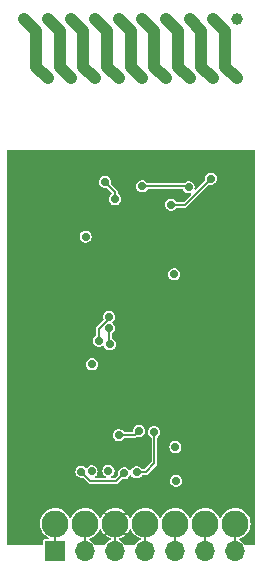
<source format=gbl>
%TF.GenerationSoftware,KiCad,Pcbnew,8.0.5*%
%TF.CreationDate,2024-11-16T16:31:19+01:00*%
%TF.ProjectId,C8W1B1V1.0,43385731-4231-4563-912e-302e6b696361,rev?*%
%TF.SameCoordinates,Original*%
%TF.FileFunction,Copper,L4,Bot*%
%TF.FilePolarity,Positive*%
%FSLAX46Y46*%
G04 Gerber Fmt 4.6, Leading zero omitted, Abs format (unit mm)*
G04 Created by KiCad (PCBNEW 8.0.5) date 2024-11-16 16:31:19*
%MOMM*%
%LPD*%
G01*
G04 APERTURE LIST*
%TA.AperFunction,EtchedComponent*%
%ADD10C,1.000000*%
%TD*%
%TA.AperFunction,ComponentPad*%
%ADD11R,1.700000X1.700000*%
%TD*%
%TA.AperFunction,ComponentPad*%
%ADD12O,1.700000X1.700000*%
%TD*%
%TA.AperFunction,ComponentPad*%
%ADD13C,1.000000*%
%TD*%
%TA.AperFunction,SMDPad,CuDef*%
%ADD14C,2.286000*%
%TD*%
%TA.AperFunction,ViaPad*%
%ADD15C,0.700000*%
%TD*%
%TA.AperFunction,Conductor*%
%ADD16C,0.160000*%
%TD*%
G04 APERTURE END LIST*
D10*
%TO.C,AE1*%
X137940000Y-79970000D02*
X138940000Y-80970000D01*
X138940000Y-80970000D02*
X138940000Y-83970000D01*
X138940000Y-83970000D02*
X139940000Y-84970000D01*
X139940000Y-79970000D02*
X140940000Y-80970000D01*
X140940000Y-80970000D02*
X140940000Y-83970000D01*
X140940000Y-83970000D02*
X141940000Y-84970000D01*
X141940000Y-79970000D02*
X142940000Y-80970000D01*
X142940000Y-80970000D02*
X142940000Y-83970000D01*
X142940000Y-83970000D02*
X143940000Y-84970000D01*
X143940000Y-79970000D02*
X144940000Y-80970000D01*
X144940000Y-80970000D02*
X144940000Y-83970000D01*
X144940000Y-83970000D02*
X145940000Y-84970000D01*
X145940000Y-79970000D02*
X146940000Y-80970000D01*
X146940000Y-80970000D02*
X146940000Y-83970000D01*
X146940000Y-83970000D02*
X147940000Y-84970000D01*
X147940000Y-79970000D02*
X148940000Y-80970000D01*
X148940000Y-80970000D02*
X148940000Y-83970000D01*
X148940000Y-83970000D02*
X149940000Y-84970000D01*
X149940000Y-79970000D02*
X150940000Y-80970000D01*
X150940000Y-80970000D02*
X150940000Y-83970000D01*
X150940000Y-83970000D02*
X151940000Y-84970000D01*
X151940000Y-79970000D02*
X152940000Y-80970000D01*
X152940000Y-80970000D02*
X152940000Y-83970000D01*
X152940000Y-83970000D02*
X153940000Y-84970000D01*
X153940000Y-79970000D02*
X154940000Y-80970000D01*
X154940000Y-80970000D02*
X154940000Y-83970000D01*
X154940000Y-83970000D02*
X155940000Y-84970000D01*
%TD*%
D11*
%TO.P,J1,1,Pin_1*%
%TO.N,U_RX*%
X140530000Y-125000000D03*
D12*
%TO.P,J1,2,Pin_2*%
%TO.N,STM_NRST*%
X143070000Y-125000000D03*
%TO.P,J1,3,Pin_3*%
%TO.N,GND*%
X145610000Y-125000000D03*
%TO.P,J1,4,Pin_4*%
%TO.N,+3V3*%
X148150000Y-125000000D03*
%TO.P,J1,5,Pin_5*%
%TO.N,U_TX*%
X150690000Y-125000000D03*
%TO.P,J1,6,Pin_6*%
%TO.N,STM_SWDIO*%
X153230000Y-125000000D03*
%TO.P,J1,7,Pin_7*%
%TO.N,STM_SWCLK*%
X155770000Y-125000000D03*
%TD*%
D13*
%TO.P,AE1,*%
%TO.N,*%
X137940000Y-79970000D03*
X139940000Y-79970000D03*
X139940000Y-84970000D03*
X141940000Y-79970000D03*
X141940000Y-84970000D03*
X143940000Y-79970000D03*
X143940000Y-84970000D03*
X145940000Y-79970000D03*
X145940000Y-84970000D03*
X147940000Y-79970000D03*
X147940000Y-84970000D03*
X149940000Y-79970000D03*
X149940000Y-84970000D03*
X151940000Y-79970000D03*
X151940000Y-84970000D03*
X153940000Y-79970000D03*
X153940000Y-84970000D03*
X155940000Y-79970000D03*
X155940000Y-84970000D03*
%TD*%
D14*
%TO.P,J2,1,Pin_1*%
%TO.N,STM_SWCLK*%
X155810000Y-122660000D03*
%TO.P,J2,2,Pin_2*%
%TO.N,STM_SWDIO*%
X153270000Y-122660000D03*
%TO.P,J2,3,Pin_3*%
%TO.N,U_TX*%
X150730000Y-122660000D03*
%TO.P,J2,4,Pin_4*%
%TO.N,+3V3*%
X148190000Y-122660000D03*
%TO.P,J2,5,Pin_5*%
%TO.N,GND*%
X145650000Y-122660000D03*
%TO.P,J2,6,Pin_6*%
%TO.N,STM_NRST*%
X143110000Y-122660000D03*
%TO.P,J2,7,Pin_7*%
%TO.N,U_RX*%
X140570000Y-122660000D03*
%TD*%
D15*
%TO.N,GND*%
X147610000Y-116920000D03*
X145700000Y-101280000D03*
X146100000Y-104990000D03*
X154280000Y-96130000D03*
X153610000Y-110230000D03*
X155260000Y-100170000D03*
X152790000Y-98040000D03*
X145970000Y-103810000D03*
X142870000Y-94820000D03*
X141880000Y-111200000D03*
X151840000Y-96160000D03*
X141830000Y-94370000D03*
X140770000Y-98100000D03*
X151530000Y-100550000D03*
X150420000Y-93140000D03*
X146080000Y-92300000D03*
X147740000Y-97340000D03*
X145620000Y-99730000D03*
X154760000Y-111850000D03*
X139840000Y-97210000D03*
X148440000Y-93140000D03*
X147470000Y-111170000D03*
X156240000Y-111810000D03*
X149440000Y-93140000D03*
X143700000Y-94140000D03*
X144085000Y-95285000D03*
X150550000Y-114790000D03*
%TO.N,Net-(IC2-VR_RF)*%
X144770000Y-93720000D03*
X145630000Y-95180000D03*
%TO.N,+3V3*%
X143650000Y-118230000D03*
X143680000Y-109170000D03*
X143140000Y-98360000D03*
X151860000Y-94170000D03*
X145070000Y-118200000D03*
X150740000Y-116170000D03*
X150800000Y-119040000D03*
X150630000Y-101550000D03*
X147930000Y-94100000D03*
%TO.N,S2LP_SDN*%
X153730000Y-93460000D03*
X150385000Y-95655000D03*
%TO.N,MEM_MOSI*%
X148930000Y-114910000D03*
X147450000Y-118310000D03*
%TO.N,FLASH_CS*%
X142780000Y-118280000D03*
X146400000Y-118390000D03*
%TO.N,MEM_MISO*%
X145950000Y-115162194D03*
X147640000Y-114820000D03*
%TO.N,S2LP_CLK*%
X145130000Y-105150000D03*
X144260000Y-107180000D03*
%TO.N,S2LP_MOSI*%
X145190000Y-107470000D03*
X145150000Y-106110000D03*
%TD*%
D16*
%TO.N,GND*%
X145650000Y-122660000D02*
X145650000Y-124960000D01*
X145650000Y-124960000D02*
X145610000Y-125000000D01*
%TO.N,Net-(IC2-VR_RF)*%
X145630000Y-94580000D02*
X144770000Y-93720000D01*
X145630000Y-95180000D02*
X145630000Y-94580000D01*
%TO.N,+3V3*%
X151790000Y-94100000D02*
X151860000Y-94170000D01*
X148190000Y-124960000D02*
X148150000Y-125000000D01*
X147930000Y-94100000D02*
X151790000Y-94100000D01*
X148190000Y-122660000D02*
X148190000Y-124960000D01*
%TO.N,S2LP_SDN*%
X151535000Y-95655000D02*
X150385000Y-95655000D01*
X153730000Y-93460000D02*
X151535000Y-95655000D01*
%TO.N,MEM_MOSI*%
X148970000Y-117550000D02*
X148210000Y-118310000D01*
X148210000Y-118310000D02*
X147450000Y-118310000D01*
X148930000Y-114910000D02*
X148970000Y-114950000D01*
X148970000Y-114950000D02*
X148970000Y-117550000D01*
%TO.N,FLASH_CS*%
X142780000Y-118280000D02*
X143540000Y-119040000D01*
X143540000Y-119040000D02*
X145750000Y-119040000D01*
X145750000Y-119040000D02*
X146400000Y-118390000D01*
%TO.N,MEM_MISO*%
X147297806Y-115162194D02*
X147640000Y-114820000D01*
X145950000Y-115162194D02*
X147297806Y-115162194D01*
%TO.N,S2LP_CLK*%
X144260000Y-107180000D02*
X144260000Y-106165613D01*
X144260000Y-106165613D02*
X145130000Y-105295613D01*
X145130000Y-105295613D02*
X145130000Y-105150000D01*
%TO.N,S2LP_MOSI*%
X145150000Y-106110000D02*
X145150000Y-107430000D01*
X145190000Y-107470000D02*
X145150000Y-107430000D01*
%TO.N,STM_SWCLK*%
X155810000Y-122660000D02*
X155810000Y-124960000D01*
X155810000Y-124960000D02*
X155770000Y-125000000D01*
%TO.N,STM_SWDIO*%
X153270000Y-124960000D02*
X153230000Y-125000000D01*
X153270000Y-122660000D02*
X153270000Y-124960000D01*
%TO.N,STM_NRST*%
X143110000Y-124960000D02*
X143070000Y-125000000D01*
X143110000Y-122660000D02*
X143110000Y-124960000D01*
%TO.N,U_TX*%
X150730000Y-122660000D02*
X150730000Y-124960000D01*
X150730000Y-124960000D02*
X150690000Y-125000000D01*
%TO.N,U_RX*%
X140570000Y-122660000D02*
X140570000Y-124960000D01*
X140570000Y-124960000D02*
X140530000Y-125000000D01*
%TD*%
%TA.AperFunction,Conductor*%
%TO.N,GND*%
G36*
X157471280Y-91018482D02*
G01*
X157498300Y-91065282D01*
X157499500Y-91079000D01*
X157499500Y-124420500D01*
X157481018Y-124471280D01*
X157434218Y-124498300D01*
X157420500Y-124499500D01*
X156695622Y-124499500D01*
X156644842Y-124481018D01*
X156625951Y-124457742D01*
X156620701Y-124447921D01*
X156614265Y-124435880D01*
X156488279Y-124282366D01*
X156487988Y-124282011D01*
X156334121Y-124155735D01*
X156159439Y-124062366D01*
X156158573Y-124061903D01*
X156158572Y-124061902D01*
X156155151Y-124060074D01*
X156155842Y-124058779D01*
X156119972Y-124025897D01*
X156112929Y-123972318D01*
X156141974Y-123926748D01*
X156169604Y-123913126D01*
X156257526Y-123889568D01*
X156464240Y-123793176D01*
X156651074Y-123662353D01*
X156812353Y-123501074D01*
X156943176Y-123314240D01*
X157039568Y-123107526D01*
X157098600Y-122887215D01*
X157118479Y-122660000D01*
X157098600Y-122432785D01*
X157039568Y-122212474D01*
X157026496Y-122184440D01*
X156943178Y-122005764D01*
X156812358Y-121818933D01*
X156812351Y-121818924D01*
X156651075Y-121657648D01*
X156651066Y-121657641D01*
X156464236Y-121526821D01*
X156257529Y-121430433D01*
X156257526Y-121430432D01*
X156214314Y-121418853D01*
X156037218Y-121371400D01*
X156037206Y-121371398D01*
X155810004Y-121351521D01*
X155809996Y-121351521D01*
X155582793Y-121371398D01*
X155582781Y-121371400D01*
X155362470Y-121430433D01*
X155362469Y-121430433D01*
X155155764Y-121526821D01*
X154968933Y-121657641D01*
X154968924Y-121657648D01*
X154807648Y-121818924D01*
X154807641Y-121818933D01*
X154676821Y-122005764D01*
X154611598Y-122145637D01*
X154573387Y-122183848D01*
X154519553Y-122188558D01*
X154475287Y-122157563D01*
X154468402Y-122145637D01*
X154403178Y-122005764D01*
X154272358Y-121818933D01*
X154272351Y-121818924D01*
X154111075Y-121657648D01*
X154111066Y-121657641D01*
X153924236Y-121526821D01*
X153717529Y-121430433D01*
X153717526Y-121430432D01*
X153674314Y-121418853D01*
X153497218Y-121371400D01*
X153497206Y-121371398D01*
X153270004Y-121351521D01*
X153269996Y-121351521D01*
X153042793Y-121371398D01*
X153042781Y-121371400D01*
X152822470Y-121430433D01*
X152822469Y-121430433D01*
X152615764Y-121526821D01*
X152428933Y-121657641D01*
X152428924Y-121657648D01*
X152267648Y-121818924D01*
X152267641Y-121818933D01*
X152136821Y-122005764D01*
X152071598Y-122145637D01*
X152033387Y-122183848D01*
X151979553Y-122188558D01*
X151935287Y-122157563D01*
X151928402Y-122145637D01*
X151863178Y-122005764D01*
X151732358Y-121818933D01*
X151732351Y-121818924D01*
X151571075Y-121657648D01*
X151571066Y-121657641D01*
X151384236Y-121526821D01*
X151177529Y-121430433D01*
X151177526Y-121430432D01*
X151134314Y-121418853D01*
X150957218Y-121371400D01*
X150957206Y-121371398D01*
X150730004Y-121351521D01*
X150729996Y-121351521D01*
X150502793Y-121371398D01*
X150502781Y-121371400D01*
X150282470Y-121430433D01*
X150282469Y-121430433D01*
X150075764Y-121526821D01*
X149888933Y-121657641D01*
X149888924Y-121657648D01*
X149727648Y-121818924D01*
X149727641Y-121818933D01*
X149596821Y-122005764D01*
X149531598Y-122145637D01*
X149493387Y-122183848D01*
X149439553Y-122188558D01*
X149395287Y-122157563D01*
X149388402Y-122145637D01*
X149323178Y-122005764D01*
X149192358Y-121818933D01*
X149192351Y-121818924D01*
X149031075Y-121657648D01*
X149031066Y-121657641D01*
X148844236Y-121526821D01*
X148637529Y-121430433D01*
X148637526Y-121430432D01*
X148594314Y-121418853D01*
X148417218Y-121371400D01*
X148417206Y-121371398D01*
X148190004Y-121351521D01*
X148189996Y-121351521D01*
X147962793Y-121371398D01*
X147962781Y-121371400D01*
X147742470Y-121430433D01*
X147742469Y-121430433D01*
X147535764Y-121526821D01*
X147348933Y-121657641D01*
X147348924Y-121657648D01*
X147187648Y-121818924D01*
X147187641Y-121818933D01*
X147056821Y-122005764D01*
X146991321Y-122146229D01*
X146953109Y-122184441D01*
X146899276Y-122189150D01*
X146855010Y-122158154D01*
X146848125Y-122146228D01*
X146782745Y-122006018D01*
X146782743Y-122006015D01*
X146651974Y-121819256D01*
X146651972Y-121819253D01*
X146627928Y-121795208D01*
X146627927Y-121795208D01*
X145763137Y-122659998D01*
X145763137Y-122660001D01*
X146627927Y-123524791D01*
X146627928Y-123524791D01*
X146651966Y-123500753D01*
X146782742Y-123313985D01*
X146848124Y-123173771D01*
X146886335Y-123135559D01*
X146940169Y-123130849D01*
X146984436Y-123161844D01*
X146991321Y-123173770D01*
X147056821Y-123314236D01*
X147056824Y-123314240D01*
X147187647Y-123501074D01*
X147348926Y-123662353D01*
X147348931Y-123662357D01*
X147348933Y-123662358D01*
X147535763Y-123793178D01*
X147742469Y-123889566D01*
X147742471Y-123889566D01*
X147742474Y-123889568D01*
X147786975Y-123901492D01*
X147831241Y-123932485D01*
X147845228Y-123984683D01*
X147822391Y-124033660D01*
X147789464Y-124053397D01*
X147761428Y-124061902D01*
X147585878Y-124155735D01*
X147432011Y-124282011D01*
X147305735Y-124435879D01*
X147294049Y-124457742D01*
X147253810Y-124493813D01*
X147224378Y-124499500D01*
X146535055Y-124499500D01*
X146484275Y-124481018D01*
X146465383Y-124457741D01*
X146453845Y-124436156D01*
X146327633Y-124282366D01*
X146173842Y-124156153D01*
X145998379Y-124062367D01*
X145998258Y-124062317D01*
X145998219Y-124062281D01*
X145994957Y-124060538D01*
X145995404Y-124059701D01*
X145958420Y-124025805D01*
X145951371Y-123972227D01*
X145980411Y-123926654D01*
X146008050Y-123913025D01*
X146097351Y-123889096D01*
X146097361Y-123889092D01*
X146303982Y-123792744D01*
X146490753Y-123661966D01*
X146514791Y-123637927D01*
X145650001Y-122773137D01*
X145649999Y-122773137D01*
X144785208Y-123637927D01*
X144809253Y-123661972D01*
X144809256Y-123661974D01*
X144996014Y-123792743D01*
X145202638Y-123889092D01*
X145202648Y-123889096D01*
X145248797Y-123901462D01*
X145293063Y-123932458D01*
X145307049Y-123984655D01*
X145284211Y-124033632D01*
X145251284Y-124053368D01*
X145221622Y-124062366D01*
X145046157Y-124156153D01*
X144892366Y-124282366D01*
X144766154Y-124436156D01*
X144754617Y-124457741D01*
X144714379Y-124493812D01*
X144684945Y-124499500D01*
X143995622Y-124499500D01*
X143944842Y-124481018D01*
X143925951Y-124457742D01*
X143920701Y-124447921D01*
X143914265Y-124435880D01*
X143788279Y-124282366D01*
X143787988Y-124282011D01*
X143634121Y-124155735D01*
X143459439Y-124062366D01*
X143458573Y-124061903D01*
X143458572Y-124061902D01*
X143455151Y-124060074D01*
X143455842Y-124058779D01*
X143419972Y-124025897D01*
X143412929Y-123972318D01*
X143441974Y-123926748D01*
X143469604Y-123913126D01*
X143557526Y-123889568D01*
X143764240Y-123793176D01*
X143951074Y-123662353D01*
X144112353Y-123501074D01*
X144243176Y-123314240D01*
X144243178Y-123314236D01*
X144243180Y-123314233D01*
X144308678Y-123173771D01*
X144346889Y-123135559D01*
X144400722Y-123130849D01*
X144444989Y-123161844D01*
X144451874Y-123173771D01*
X144517254Y-123313982D01*
X144517256Y-123313985D01*
X144648025Y-123500743D01*
X144648027Y-123500746D01*
X144672071Y-123524791D01*
X144672072Y-123524791D01*
X145536863Y-122660000D01*
X145536863Y-122659999D01*
X144672072Y-121795208D01*
X144672071Y-121795208D01*
X144648031Y-121819247D01*
X144648030Y-121819249D01*
X144517256Y-122006015D01*
X144451874Y-122146229D01*
X144413663Y-122184440D01*
X144359829Y-122189150D01*
X144315563Y-122158155D01*
X144308678Y-122146229D01*
X144243178Y-122005764D01*
X144112358Y-121818933D01*
X144112351Y-121818924D01*
X143975497Y-121682070D01*
X144785208Y-121682070D01*
X144785208Y-121682072D01*
X145649999Y-122546863D01*
X145650001Y-122546863D01*
X146514791Y-121682072D01*
X146514791Y-121682071D01*
X146490746Y-121658027D01*
X146490743Y-121658025D01*
X146303985Y-121527256D01*
X146097361Y-121430907D01*
X146097351Y-121430903D01*
X145877131Y-121371894D01*
X145877119Y-121371892D01*
X145650005Y-121352023D01*
X145649995Y-121352023D01*
X145422880Y-121371892D01*
X145422868Y-121371894D01*
X145202648Y-121430903D01*
X145202638Y-121430907D01*
X144996015Y-121527256D01*
X144809249Y-121658030D01*
X144809247Y-121658031D01*
X144785208Y-121682070D01*
X143975497Y-121682070D01*
X143951075Y-121657648D01*
X143951066Y-121657641D01*
X143764236Y-121526821D01*
X143557529Y-121430433D01*
X143557526Y-121430432D01*
X143514314Y-121418853D01*
X143337218Y-121371400D01*
X143337206Y-121371398D01*
X143110004Y-121351521D01*
X143109996Y-121351521D01*
X142882793Y-121371398D01*
X142882781Y-121371400D01*
X142662470Y-121430433D01*
X142662469Y-121430433D01*
X142455764Y-121526821D01*
X142268933Y-121657641D01*
X142268924Y-121657648D01*
X142107648Y-121818924D01*
X142107641Y-121818933D01*
X141976821Y-122005764D01*
X141911598Y-122145637D01*
X141873387Y-122183848D01*
X141819553Y-122188558D01*
X141775287Y-122157563D01*
X141768402Y-122145637D01*
X141703178Y-122005764D01*
X141572358Y-121818933D01*
X141572351Y-121818924D01*
X141411075Y-121657648D01*
X141411066Y-121657641D01*
X141224236Y-121526821D01*
X141017529Y-121430433D01*
X141017526Y-121430432D01*
X140974314Y-121418853D01*
X140797218Y-121371400D01*
X140797206Y-121371398D01*
X140570004Y-121351521D01*
X140569996Y-121351521D01*
X140342793Y-121371398D01*
X140342781Y-121371400D01*
X140122470Y-121430433D01*
X140122469Y-121430433D01*
X139915764Y-121526821D01*
X139728933Y-121657641D01*
X139728924Y-121657648D01*
X139567648Y-121818924D01*
X139567641Y-121818933D01*
X139436821Y-122005764D01*
X139340433Y-122212469D01*
X139340433Y-122212470D01*
X139281400Y-122432781D01*
X139281398Y-122432793D01*
X139261521Y-122659995D01*
X139261521Y-122660004D01*
X139281398Y-122887206D01*
X139281400Y-122887218D01*
X139340433Y-123107529D01*
X139340433Y-123107530D01*
X139436821Y-123314236D01*
X139436824Y-123314240D01*
X139567647Y-123501074D01*
X139728926Y-123662353D01*
X139728931Y-123662357D01*
X139728933Y-123662358D01*
X139915763Y-123793178D01*
X140013819Y-123838902D01*
X140052030Y-123877113D01*
X140056740Y-123930946D01*
X140025745Y-123975213D01*
X139980432Y-123989500D01*
X139664194Y-123989500D01*
X139617376Y-123998812D01*
X139564285Y-124034285D01*
X139528812Y-124087376D01*
X139519500Y-124134194D01*
X139519500Y-124420500D01*
X139501018Y-124471280D01*
X139454218Y-124498300D01*
X139440500Y-124499500D01*
X136579500Y-124499500D01*
X136528720Y-124481018D01*
X136501700Y-124434218D01*
X136500500Y-124420500D01*
X136500500Y-118280000D01*
X142264250Y-118280000D01*
X142285140Y-118425301D01*
X142285141Y-118425304D01*
X142346123Y-118558836D01*
X142442256Y-118669778D01*
X142565750Y-118749143D01*
X142706601Y-118790500D01*
X142853400Y-118790500D01*
X142871725Y-118785119D01*
X142883392Y-118781693D01*
X142937323Y-118785119D01*
X142961512Y-118801631D01*
X143403764Y-119243884D01*
X143403765Y-119243885D01*
X143403766Y-119243885D01*
X143403767Y-119243886D01*
X143492161Y-119280500D01*
X143492162Y-119280500D01*
X143492163Y-119280500D01*
X145797837Y-119280500D01*
X145797839Y-119280500D01*
X145886233Y-119243886D01*
X146090118Y-119040000D01*
X150284250Y-119040000D01*
X150305140Y-119185301D01*
X150305141Y-119185304D01*
X150366123Y-119318836D01*
X150462256Y-119429778D01*
X150585750Y-119509143D01*
X150726601Y-119550500D01*
X150873398Y-119550500D01*
X150873399Y-119550500D01*
X151014250Y-119509143D01*
X151137744Y-119429778D01*
X151233877Y-119318836D01*
X151294859Y-119185304D01*
X151315750Y-119040000D01*
X151294859Y-118894696D01*
X151233877Y-118761164D01*
X151137744Y-118650222D01*
X151014250Y-118570857D01*
X150873399Y-118529500D01*
X150726601Y-118529500D01*
X150585750Y-118570857D01*
X150585749Y-118570857D01*
X150462255Y-118650222D01*
X150366123Y-118761163D01*
X150305141Y-118894695D01*
X150305140Y-118894698D01*
X150284250Y-119040000D01*
X146090118Y-119040000D01*
X146218488Y-118911630D01*
X146267462Y-118888793D01*
X146296602Y-118891691D01*
X146326601Y-118900500D01*
X146326602Y-118900500D01*
X146473398Y-118900500D01*
X146473399Y-118900500D01*
X146614250Y-118859143D01*
X146737744Y-118779778D01*
X146833877Y-118668836D01*
X146871406Y-118586657D01*
X146909313Y-118548144D01*
X146963107Y-118543007D01*
X147007618Y-118573650D01*
X147015128Y-118586657D01*
X147016123Y-118588836D01*
X147095984Y-118681000D01*
X147112256Y-118699778D01*
X147235750Y-118779143D01*
X147376601Y-118820500D01*
X147523398Y-118820500D01*
X147523399Y-118820500D01*
X147664250Y-118779143D01*
X147787744Y-118699778D01*
X147883877Y-118588836D01*
X147883878Y-118588832D01*
X147885192Y-118586790D01*
X147886536Y-118585766D01*
X147887577Y-118584566D01*
X147887828Y-118584783D01*
X147928194Y-118554063D01*
X147951651Y-118550500D01*
X148257837Y-118550500D01*
X148257839Y-118550500D01*
X148346233Y-118513886D01*
X149173886Y-117686233D01*
X149210500Y-117597839D01*
X149210500Y-117502162D01*
X149210500Y-116170000D01*
X150224250Y-116170000D01*
X150245140Y-116315301D01*
X150245141Y-116315304D01*
X150306123Y-116448836D01*
X150402256Y-116559778D01*
X150525750Y-116639143D01*
X150666601Y-116680500D01*
X150813398Y-116680500D01*
X150813399Y-116680500D01*
X150954250Y-116639143D01*
X151077744Y-116559778D01*
X151173877Y-116448836D01*
X151234859Y-116315304D01*
X151255750Y-116170000D01*
X151234859Y-116024696D01*
X151173877Y-115891164D01*
X151077744Y-115780222D01*
X150954250Y-115700857D01*
X150813399Y-115659500D01*
X150666601Y-115659500D01*
X150525750Y-115700857D01*
X150525749Y-115700857D01*
X150402255Y-115780222D01*
X150306123Y-115891163D01*
X150245141Y-116024695D01*
X150245140Y-116024698D01*
X150224250Y-116170000D01*
X149210500Y-116170000D01*
X149210500Y-115379703D01*
X149228982Y-115328923D01*
X149246788Y-115313244D01*
X149267744Y-115299778D01*
X149363877Y-115188836D01*
X149424859Y-115055304D01*
X149445750Y-114910000D01*
X149424859Y-114764696D01*
X149363877Y-114631164D01*
X149267744Y-114520222D01*
X149144250Y-114440857D01*
X149003399Y-114399500D01*
X148856601Y-114399500D01*
X148715750Y-114440857D01*
X148715749Y-114440857D01*
X148592255Y-114520222D01*
X148496123Y-114631163D01*
X148435141Y-114764695D01*
X148435140Y-114764698D01*
X148414250Y-114910000D01*
X148435140Y-115055301D01*
X148435141Y-115055304D01*
X148496123Y-115188836D01*
X148592252Y-115299774D01*
X148592256Y-115299778D01*
X148693210Y-115364657D01*
X148725937Y-115407659D01*
X148729500Y-115431116D01*
X148729500Y-117417659D01*
X148711018Y-117468439D01*
X148706361Y-117473520D01*
X148133520Y-118046361D01*
X148084544Y-118069199D01*
X148077659Y-118069500D01*
X147951651Y-118069500D01*
X147900871Y-118051018D01*
X147885192Y-118033210D01*
X147883877Y-118031164D01*
X147787744Y-117920222D01*
X147664250Y-117840857D01*
X147523399Y-117799500D01*
X147376601Y-117799500D01*
X147235750Y-117840857D01*
X147235749Y-117840857D01*
X147112255Y-117920222D01*
X147016123Y-118031163D01*
X146978593Y-118113342D01*
X146940685Y-118151855D01*
X146886891Y-118156992D01*
X146842380Y-118126348D01*
X146834869Y-118113337D01*
X146833877Y-118111164D01*
X146737744Y-118000222D01*
X146614250Y-117920857D01*
X146473399Y-117879500D01*
X146326601Y-117879500D01*
X146185750Y-117920857D01*
X146185749Y-117920857D01*
X146062255Y-118000222D01*
X145966123Y-118111163D01*
X145905141Y-118244695D01*
X145905140Y-118244698D01*
X145884250Y-118390000D01*
X145900699Y-118504413D01*
X145889631Y-118557306D01*
X145878365Y-118571516D01*
X145673519Y-118776361D01*
X145624544Y-118799199D01*
X145617659Y-118799500D01*
X145350460Y-118799500D01*
X145299680Y-118781018D01*
X145272660Y-118734218D01*
X145282044Y-118681000D01*
X145307749Y-118654041D01*
X145407744Y-118589778D01*
X145503877Y-118478836D01*
X145564859Y-118345304D01*
X145585750Y-118200000D01*
X145564859Y-118054696D01*
X145503877Y-117921164D01*
X145407744Y-117810222D01*
X145284250Y-117730857D01*
X145143399Y-117689500D01*
X144996601Y-117689500D01*
X144855750Y-117730857D01*
X144855749Y-117730857D01*
X144732255Y-117810222D01*
X144636123Y-117921163D01*
X144575141Y-118054695D01*
X144575140Y-118054698D01*
X144554250Y-118200000D01*
X144575140Y-118345301D01*
X144575141Y-118345304D01*
X144636123Y-118478836D01*
X144729551Y-118586657D01*
X144732256Y-118589778D01*
X144832251Y-118654041D01*
X144864977Y-118697044D01*
X144862406Y-118751022D01*
X144825740Y-118790718D01*
X144789540Y-118799500D01*
X143977140Y-118799500D01*
X143926360Y-118781018D01*
X143899340Y-118734218D01*
X143908724Y-118681000D01*
X143934427Y-118654042D01*
X143987744Y-118619778D01*
X144083877Y-118508836D01*
X144144859Y-118375304D01*
X144165750Y-118230000D01*
X144144859Y-118084696D01*
X144083877Y-117951164D01*
X143987744Y-117840222D01*
X143864250Y-117760857D01*
X143723399Y-117719500D01*
X143576601Y-117719500D01*
X143435750Y-117760857D01*
X143435749Y-117760857D01*
X143312256Y-117840221D01*
X143253041Y-117908559D01*
X143205818Y-117934832D01*
X143152756Y-117924604D01*
X143133634Y-117908559D01*
X143117745Y-117890223D01*
X143117744Y-117890222D01*
X142994250Y-117810857D01*
X142853399Y-117769500D01*
X142706601Y-117769500D01*
X142565750Y-117810857D01*
X142565749Y-117810857D01*
X142442255Y-117890222D01*
X142346123Y-118001163D01*
X142285141Y-118134695D01*
X142285140Y-118134698D01*
X142264250Y-118280000D01*
X136500500Y-118280000D01*
X136500500Y-115162194D01*
X145434250Y-115162194D01*
X145455140Y-115307495D01*
X145455141Y-115307498D01*
X145516123Y-115441030D01*
X145612256Y-115551972D01*
X145735750Y-115631337D01*
X145876601Y-115672694D01*
X146023398Y-115672694D01*
X146023399Y-115672694D01*
X146164250Y-115631337D01*
X146287744Y-115551972D01*
X146383877Y-115441030D01*
X146383878Y-115441026D01*
X146385192Y-115438984D01*
X146386536Y-115437960D01*
X146387577Y-115436760D01*
X146387828Y-115436977D01*
X146428194Y-115406257D01*
X146451651Y-115402694D01*
X147345643Y-115402694D01*
X147345645Y-115402694D01*
X147434039Y-115366080D01*
X147458487Y-115341630D01*
X147507460Y-115318793D01*
X147536602Y-115321691D01*
X147566601Y-115330500D01*
X147566602Y-115330500D01*
X147713398Y-115330500D01*
X147713399Y-115330500D01*
X147854250Y-115289143D01*
X147977744Y-115209778D01*
X148073877Y-115098836D01*
X148134859Y-114965304D01*
X148155750Y-114820000D01*
X148134859Y-114674696D01*
X148073877Y-114541164D01*
X147977744Y-114430222D01*
X147854250Y-114350857D01*
X147713399Y-114309500D01*
X147566601Y-114309500D01*
X147425750Y-114350857D01*
X147425749Y-114350857D01*
X147302255Y-114430222D01*
X147206123Y-114541163D01*
X147145141Y-114674695D01*
X147145140Y-114674698D01*
X147124250Y-114820000D01*
X147124250Y-114820003D01*
X147125896Y-114831454D01*
X147114827Y-114884347D01*
X147072348Y-114917750D01*
X147047700Y-114921694D01*
X146451651Y-114921694D01*
X146400871Y-114903212D01*
X146385192Y-114885404D01*
X146383877Y-114883358D01*
X146287744Y-114772416D01*
X146164250Y-114693051D01*
X146023399Y-114651694D01*
X145876601Y-114651694D01*
X145735750Y-114693051D01*
X145735749Y-114693051D01*
X145612255Y-114772416D01*
X145516123Y-114883357D01*
X145455141Y-115016889D01*
X145455140Y-115016892D01*
X145434250Y-115162194D01*
X136500500Y-115162194D01*
X136500500Y-109170000D01*
X143164250Y-109170000D01*
X143185140Y-109315301D01*
X143185141Y-109315304D01*
X143246123Y-109448836D01*
X143342256Y-109559778D01*
X143465750Y-109639143D01*
X143606601Y-109680500D01*
X143753398Y-109680500D01*
X143753399Y-109680500D01*
X143894250Y-109639143D01*
X144017744Y-109559778D01*
X144113877Y-109448836D01*
X144174859Y-109315304D01*
X144195750Y-109170000D01*
X144174859Y-109024696D01*
X144113877Y-108891164D01*
X144017744Y-108780222D01*
X143894250Y-108700857D01*
X143753399Y-108659500D01*
X143606601Y-108659500D01*
X143465750Y-108700857D01*
X143465749Y-108700857D01*
X143342255Y-108780222D01*
X143246123Y-108891163D01*
X143185141Y-109024695D01*
X143185140Y-109024698D01*
X143164250Y-109170000D01*
X136500500Y-109170000D01*
X136500500Y-107180000D01*
X143744250Y-107180000D01*
X143765140Y-107325301D01*
X143765141Y-107325304D01*
X143826123Y-107458836D01*
X143922256Y-107569778D01*
X144045750Y-107649143D01*
X144186601Y-107690500D01*
X144333398Y-107690500D01*
X144333399Y-107690500D01*
X144474250Y-107649143D01*
X144580272Y-107581006D01*
X144632980Y-107569101D01*
X144681012Y-107593863D01*
X144694841Y-107614648D01*
X144729482Y-107690500D01*
X144756123Y-107748836D01*
X144852256Y-107859778D01*
X144975750Y-107939143D01*
X145116601Y-107980500D01*
X145263398Y-107980500D01*
X145263399Y-107980500D01*
X145404250Y-107939143D01*
X145527744Y-107859778D01*
X145623877Y-107748836D01*
X145684859Y-107615304D01*
X145705750Y-107470000D01*
X145684859Y-107324696D01*
X145623877Y-107191164D01*
X145527744Y-107080222D01*
X145426788Y-107015341D01*
X145394063Y-106972339D01*
X145390500Y-106948883D01*
X145390500Y-106605410D01*
X145408982Y-106554630D01*
X145426787Y-106538952D01*
X145487744Y-106499778D01*
X145583877Y-106388836D01*
X145644859Y-106255304D01*
X145665750Y-106110000D01*
X145665749Y-106109996D01*
X145644859Y-105964698D01*
X145644859Y-105964696D01*
X145583877Y-105831164D01*
X145487744Y-105720222D01*
X145440766Y-105690031D01*
X145408041Y-105647030D01*
X145410612Y-105593052D01*
X145440765Y-105557116D01*
X145467744Y-105539778D01*
X145563877Y-105428836D01*
X145624859Y-105295304D01*
X145645750Y-105150000D01*
X145624859Y-105004696D01*
X145563877Y-104871164D01*
X145467744Y-104760222D01*
X145344250Y-104680857D01*
X145203399Y-104639500D01*
X145056601Y-104639500D01*
X144915750Y-104680857D01*
X144915749Y-104680857D01*
X144792255Y-104760222D01*
X144696123Y-104871163D01*
X144635141Y-105004695D01*
X144635140Y-105004698D01*
X144614250Y-105150000D01*
X144635140Y-105295301D01*
X144635142Y-105295307D01*
X144660964Y-105351851D01*
X144665246Y-105405721D01*
X144644964Y-105440529D01*
X144056114Y-106029379D01*
X144022723Y-106109996D01*
X144022721Y-106109999D01*
X144019500Y-106117774D01*
X144019500Y-106684589D01*
X144001018Y-106735369D01*
X143983211Y-106751048D01*
X143922255Y-106790222D01*
X143826123Y-106901163D01*
X143765141Y-107034695D01*
X143765140Y-107034698D01*
X143744250Y-107180000D01*
X136500500Y-107180000D01*
X136500500Y-101550000D01*
X150114250Y-101550000D01*
X150135140Y-101695301D01*
X150135141Y-101695304D01*
X150196123Y-101828836D01*
X150292256Y-101939778D01*
X150415750Y-102019143D01*
X150556601Y-102060500D01*
X150703398Y-102060500D01*
X150703399Y-102060500D01*
X150844250Y-102019143D01*
X150967744Y-101939778D01*
X151063877Y-101828836D01*
X151124859Y-101695304D01*
X151145750Y-101550000D01*
X151124859Y-101404696D01*
X151063877Y-101271164D01*
X150967744Y-101160222D01*
X150844250Y-101080857D01*
X150703399Y-101039500D01*
X150556601Y-101039500D01*
X150415750Y-101080857D01*
X150415749Y-101080857D01*
X150292255Y-101160222D01*
X150196123Y-101271163D01*
X150135141Y-101404695D01*
X150135140Y-101404698D01*
X150114250Y-101550000D01*
X136500500Y-101550000D01*
X136500500Y-98360000D01*
X142624250Y-98360000D01*
X142645140Y-98505301D01*
X142645141Y-98505304D01*
X142706123Y-98638836D01*
X142802256Y-98749778D01*
X142925750Y-98829143D01*
X143066601Y-98870500D01*
X143213398Y-98870500D01*
X143213399Y-98870500D01*
X143354250Y-98829143D01*
X143477744Y-98749778D01*
X143573877Y-98638836D01*
X143634859Y-98505304D01*
X143655750Y-98360000D01*
X143634859Y-98214696D01*
X143573877Y-98081164D01*
X143477744Y-97970222D01*
X143354250Y-97890857D01*
X143213399Y-97849500D01*
X143066601Y-97849500D01*
X142925750Y-97890857D01*
X142925749Y-97890857D01*
X142802255Y-97970222D01*
X142706123Y-98081163D01*
X142645141Y-98214695D01*
X142645140Y-98214698D01*
X142624250Y-98360000D01*
X136500500Y-98360000D01*
X136500500Y-93720000D01*
X144254250Y-93720000D01*
X144275140Y-93865301D01*
X144275141Y-93865304D01*
X144336123Y-93998836D01*
X144432256Y-94109778D01*
X144555750Y-94189143D01*
X144696601Y-94230500D01*
X144843400Y-94230500D01*
X144861725Y-94225119D01*
X144873392Y-94221693D01*
X144927323Y-94225119D01*
X144951509Y-94241628D01*
X145349467Y-94639586D01*
X145372305Y-94688561D01*
X145358319Y-94740758D01*
X145336318Y-94761904D01*
X145292256Y-94790221D01*
X145292255Y-94790222D01*
X145196123Y-94901163D01*
X145135141Y-95034695D01*
X145135140Y-95034698D01*
X145114250Y-95180000D01*
X145135140Y-95325301D01*
X145135141Y-95325304D01*
X145196123Y-95458836D01*
X145292256Y-95569778D01*
X145415750Y-95649143D01*
X145556601Y-95690500D01*
X145703398Y-95690500D01*
X145703399Y-95690500D01*
X145844250Y-95649143D01*
X145967744Y-95569778D01*
X146063877Y-95458836D01*
X146124859Y-95325304D01*
X146145750Y-95180000D01*
X146124859Y-95034696D01*
X146063877Y-94901164D01*
X145967744Y-94790222D01*
X145906788Y-94751047D01*
X145874062Y-94708045D01*
X145870500Y-94684589D01*
X145870500Y-94532163D01*
X145870500Y-94532162D01*
X145833886Y-94443768D01*
X145766232Y-94376114D01*
X145490119Y-94100000D01*
X147414250Y-94100000D01*
X147435140Y-94245301D01*
X147435141Y-94245304D01*
X147496123Y-94378836D01*
X147592256Y-94489778D01*
X147715750Y-94569143D01*
X147856601Y-94610500D01*
X148003398Y-94610500D01*
X148003399Y-94610500D01*
X148144250Y-94569143D01*
X148267744Y-94489778D01*
X148363877Y-94378836D01*
X148363878Y-94378832D01*
X148365192Y-94376790D01*
X148366536Y-94375766D01*
X148367577Y-94374566D01*
X148367828Y-94374783D01*
X148408194Y-94344063D01*
X148431651Y-94340500D01*
X151325877Y-94340500D01*
X151376657Y-94358982D01*
X151397738Y-94386682D01*
X151426123Y-94448836D01*
X151522256Y-94559778D01*
X151645750Y-94639143D01*
X151786601Y-94680500D01*
X151933397Y-94680500D01*
X151933399Y-94680500D01*
X151970496Y-94669607D01*
X152024423Y-94673034D01*
X152063534Y-94710324D01*
X152069524Y-94764030D01*
X152048612Y-94801268D01*
X151458520Y-95391361D01*
X151409544Y-95414199D01*
X151402659Y-95414500D01*
X150886651Y-95414500D01*
X150835871Y-95396018D01*
X150820192Y-95378210D01*
X150818877Y-95376164D01*
X150722744Y-95265222D01*
X150599250Y-95185857D01*
X150458399Y-95144500D01*
X150311601Y-95144500D01*
X150170750Y-95185857D01*
X150170749Y-95185857D01*
X150047255Y-95265222D01*
X149951123Y-95376163D01*
X149890141Y-95509695D01*
X149890140Y-95509698D01*
X149869250Y-95655000D01*
X149890140Y-95800301D01*
X149890141Y-95800304D01*
X149951123Y-95933836D01*
X150047256Y-96044778D01*
X150170750Y-96124143D01*
X150311601Y-96165500D01*
X150458398Y-96165500D01*
X150458399Y-96165500D01*
X150599250Y-96124143D01*
X150722744Y-96044778D01*
X150818877Y-95933836D01*
X150818878Y-95933832D01*
X150820192Y-95931790D01*
X150821536Y-95930766D01*
X150822577Y-95929566D01*
X150822828Y-95929783D01*
X150863194Y-95899063D01*
X150886651Y-95895500D01*
X151582837Y-95895500D01*
X151582839Y-95895500D01*
X151671233Y-95858886D01*
X153548487Y-93981630D01*
X153597462Y-93958793D01*
X153626603Y-93961691D01*
X153656601Y-93970500D01*
X153803398Y-93970500D01*
X153803399Y-93970500D01*
X153944250Y-93929143D01*
X154067744Y-93849778D01*
X154163877Y-93738836D01*
X154224859Y-93605304D01*
X154245750Y-93460000D01*
X154224859Y-93314696D01*
X154163877Y-93181164D01*
X154067744Y-93070222D01*
X153944250Y-92990857D01*
X153803399Y-92949500D01*
X153656601Y-92949500D01*
X153515750Y-92990857D01*
X153515749Y-92990857D01*
X153392255Y-93070222D01*
X153296123Y-93181163D01*
X153235141Y-93314695D01*
X153235140Y-93314698D01*
X153214250Y-93460000D01*
X153230699Y-93574413D01*
X153219631Y-93627306D01*
X153208364Y-93641516D01*
X152492516Y-94357364D01*
X152443540Y-94380202D01*
X152391342Y-94366216D01*
X152360347Y-94321950D01*
X152358459Y-94290263D01*
X152375750Y-94170000D01*
X152354859Y-94024696D01*
X152293877Y-93891164D01*
X152197744Y-93780222D01*
X152074250Y-93700857D01*
X151933399Y-93659500D01*
X151786601Y-93659500D01*
X151645750Y-93700857D01*
X151645749Y-93700857D01*
X151522254Y-93780223D01*
X151477185Y-93832235D01*
X151429963Y-93858508D01*
X151417482Y-93859500D01*
X148431651Y-93859500D01*
X148380871Y-93841018D01*
X148365192Y-93823210D01*
X148363877Y-93821164D01*
X148267744Y-93710222D01*
X148144250Y-93630857D01*
X148003399Y-93589500D01*
X147856601Y-93589500D01*
X147715750Y-93630857D01*
X147715749Y-93630857D01*
X147592255Y-93710222D01*
X147496123Y-93821163D01*
X147435141Y-93954695D01*
X147435140Y-93954698D01*
X147414250Y-94100000D01*
X145490119Y-94100000D01*
X145291633Y-93901514D01*
X145268796Y-93852540D01*
X145269298Y-93834424D01*
X145285750Y-93720000D01*
X145264859Y-93574696D01*
X145203877Y-93441164D01*
X145107744Y-93330222D01*
X144984250Y-93250857D01*
X144843399Y-93209500D01*
X144696601Y-93209500D01*
X144555750Y-93250857D01*
X144555749Y-93250857D01*
X144432255Y-93330222D01*
X144336123Y-93441163D01*
X144275141Y-93574695D01*
X144275140Y-93574698D01*
X144254250Y-93720000D01*
X136500500Y-93720000D01*
X136500500Y-91079000D01*
X136518982Y-91028220D01*
X136565782Y-91001200D01*
X136579500Y-91000000D01*
X157420500Y-91000000D01*
X157471280Y-91018482D01*
G37*
%TD.AperFunction*%
%TD*%
M02*

</source>
